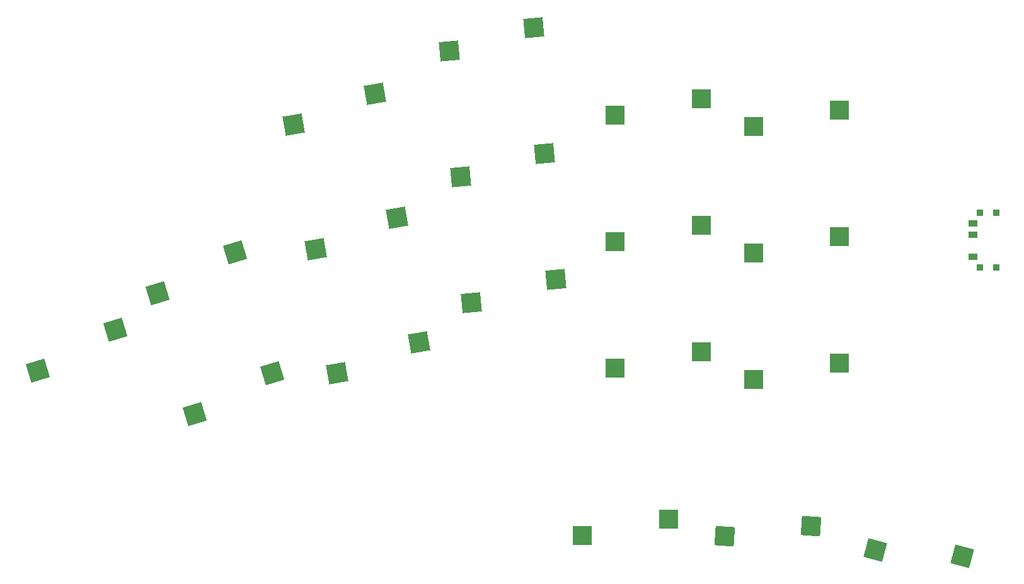
<source format=gtp>
%TF.GenerationSoftware,KiCad,Pcbnew,(6.0.4-0)*%
%TF.CreationDate,2022-07-27T11:57:37+02:00*%
%TF.ProjectId,basbousa,62617362-6f75-4736-912e-6b696361645f,v1.0.0*%
%TF.SameCoordinates,Original*%
%TF.FileFunction,Paste,Top*%
%TF.FilePolarity,Positive*%
%FSLAX46Y46*%
G04 Gerber Fmt 4.6, Leading zero omitted, Abs format (unit mm)*
G04 Created by KiCad (PCBNEW (6.0.4-0)) date 2022-07-27 11:57:37*
%MOMM*%
%LPD*%
G01*
G04 APERTURE LIST*
G04 Aperture macros list*
%AMRotRect*
0 Rectangle, with rotation*
0 The origin of the aperture is its center*
0 $1 length*
0 $2 width*
0 $3 Rotation angle, in degrees counterclockwise*
0 Add horizontal line*
21,1,$1,$2,0,0,$3*%
G04 Aperture macros list end*
%ADD10R,0.900000X0.900000*%
%ADD11R,1.250000X0.900000*%
%ADD12RotRect,2.600000X2.600000X10.000000*%
%ADD13RotRect,2.600000X2.600000X5.000000*%
%ADD14R,2.600000X2.600000*%
%ADD15RotRect,2.600000X2.600000X345.000000*%
%ADD16RotRect,2.600000X2.600000X17.000000*%
%ADD17RotRect,2.600000X2.600000X356.000000*%
G04 APERTURE END LIST*
D10*
%TO.C,T1*%
X156169000Y87958000D03*
X158369000Y95358000D03*
X158369000Y87958000D03*
X156169000Y95358000D03*
D11*
X155194000Y89408000D03*
X155194000Y92408000D03*
X155194000Y93908000D03*
%TD*%
D12*
%TO.C,S11*%
X74892476Y111381133D03*
X63899972Y107208920D03*
%TD*%
D13*
%TO.C,S15*%
X97649093Y103326959D03*
X86334787Y100128683D03*
%TD*%
D14*
%TO.C,S21*%
X118686086Y93636016D03*
X107136086Y91436017D03*
%TD*%
%TO.C,S29*%
X137259999Y109127999D03*
X125709999Y106928000D03*
%TD*%
D15*
%TO.C,S33*%
X153801379Y49095626D03*
X142075534Y49959950D03*
%TD*%
D12*
%TO.C,S7*%
X80796514Y77897669D03*
X69804010Y73725456D03*
%TD*%
D16*
%TO.C,S1*%
X39991903Y79569274D03*
X29589800Y74088512D03*
%TD*%
%TO.C,S5*%
X56055292Y90013726D03*
X45653189Y84532964D03*
%TD*%
D14*
%TO.C,S27*%
X137259999Y92127999D03*
X125709999Y89928000D03*
%TD*%
D12*
%TO.C,S9*%
X77844495Y94639401D03*
X66851991Y90467188D03*
%TD*%
D13*
%TO.C,S13*%
X99130741Y86391649D03*
X87816435Y83193373D03*
%TD*%
%TO.C,S17*%
X96167446Y120262269D03*
X84853140Y117063993D03*
%TD*%
D17*
%TO.C,S31*%
X133476072Y53205053D03*
X121800743Y51816100D03*
%TD*%
D16*
%TO.C,S3*%
X61025611Y73756545D03*
X50623508Y68275783D03*
%TD*%
D14*
%TO.C,S23*%
X118686086Y110636016D03*
X107136086Y108436017D03*
%TD*%
%TO.C,S25*%
X137259999Y75127999D03*
X125709999Y72928000D03*
%TD*%
%TO.C,S19*%
X118686086Y76636016D03*
X107136086Y74436017D03*
%TD*%
%TO.C,S31*%
X114285318Y54138381D03*
X102735318Y51938382D03*
%TD*%
M02*

</source>
